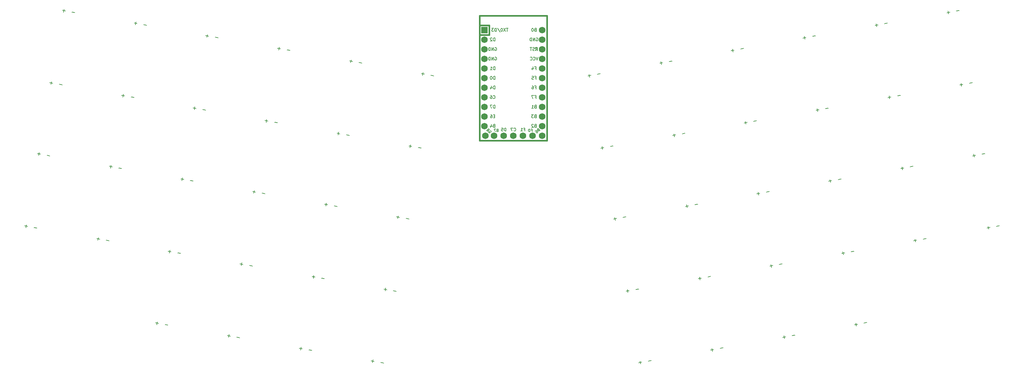
<source format=gbr>
%TF.GenerationSoftware,KiCad,Pcbnew,(6.0.7)*%
%TF.CreationDate,2022-11-08T23:53:27-08:00*%
%TF.ProjectId,Anguirus,416e6775-6972-4757-932e-6b696361645f,rev?*%
%TF.SameCoordinates,Original*%
%TF.FileFunction,Legend,Bot*%
%TF.FilePolarity,Positive*%
%FSLAX46Y46*%
G04 Gerber Fmt 4.6, Leading zero omitted, Abs format (unit mm)*
G04 Created by KiCad (PCBNEW (6.0.7)) date 2022-11-08 23:53:27*
%MOMM*%
%LPD*%
G01*
G04 APERTURE LIST*
%ADD10C,0.150000*%
%ADD11C,0.381000*%
%ADD12R,1.752600X1.752600*%
%ADD13C,1.752600*%
G04 APERTURE END LIST*
D10*
%TO.C,REF\u002A\u002A*%
X316286836Y-141823737D02*
X315536506Y-141956041D01*
X315977823Y-142265054D02*
X315845519Y-141514724D01*
X318788247Y-141382671D02*
X318037917Y-141514975D01*
X246242466Y-173634679D02*
X245492136Y-173766983D01*
X243741055Y-174075745D02*
X242990725Y-174208049D01*
X243432042Y-174517062D02*
X243299738Y-173766732D01*
X262701756Y-170732461D02*
X261951426Y-170864765D01*
X262392743Y-171173778D02*
X262260439Y-170423448D01*
X265203167Y-170291395D02*
X264452837Y-170423699D01*
X278315404Y-148519124D02*
X277565074Y-148651428D01*
X278006391Y-148960441D02*
X277874087Y-148210111D01*
X280816815Y-148078058D02*
X280066485Y-148210362D01*
X88292787Y-100300230D02*
X87542457Y-100167926D01*
X87983774Y-99858913D02*
X87851470Y-100609243D01*
X90794198Y-100741296D02*
X90043868Y-100608992D01*
X141816863Y-129081844D02*
X141066533Y-128949540D01*
X141507850Y-128640527D02*
X141375546Y-129390857D01*
X144318274Y-129522910D02*
X143567944Y-129390606D01*
X240411629Y-155167427D02*
X239661299Y-155299731D01*
X240102616Y-155608744D02*
X239970312Y-154858414D01*
X242913040Y-154726361D02*
X242162710Y-154858665D01*
X157507874Y-151553557D02*
X156757544Y-151421253D01*
X157198861Y-151112240D02*
X157066557Y-151862570D01*
X160009285Y-151994623D02*
X159258955Y-151862319D01*
X173125290Y-173857539D02*
X172374960Y-173725235D01*
X172816277Y-173416222D02*
X172683973Y-174166552D01*
X175626701Y-174298605D02*
X174876371Y-174166301D01*
X325049959Y-81524758D02*
X324299629Y-81657062D01*
X324740946Y-81966075D02*
X324608642Y-81215745D01*
X327551370Y-81083692D02*
X326801040Y-81215996D01*
X284213895Y-166939290D02*
X283463565Y-167071594D01*
X281712484Y-167380356D02*
X280962154Y-167512660D01*
X281403471Y-167821673D02*
X281271167Y-167071343D01*
X138497144Y-148201451D02*
X137746814Y-148069147D01*
X138188131Y-147760134D02*
X138055827Y-148510464D01*
X140998555Y-148642517D02*
X140248225Y-148510213D01*
X126114132Y-106969152D02*
X125363802Y-106836848D01*
X125805119Y-106527835D02*
X125672815Y-107278165D01*
X128615543Y-107410218D02*
X127865213Y-107277914D01*
X110573206Y-84523905D02*
X109822876Y-84391601D01*
X110264193Y-84082588D02*
X110131889Y-84832918D01*
X113074617Y-84964971D02*
X112324287Y-84832667D01*
X84143329Y-138608962D02*
X83392999Y-138476658D01*
X81641918Y-138167896D02*
X80891588Y-138035592D01*
X81332905Y-137726579D02*
X81200601Y-138476909D01*
X255178370Y-113549969D02*
X254428040Y-113682273D01*
X252676959Y-113991035D02*
X251926629Y-114123339D01*
X252367946Y-114432352D02*
X252235642Y-113682022D01*
%TO.C,U1*%
X204988300Y-96756048D02*
X204988300Y-95956048D01*
X204797824Y-95956048D01*
X204683538Y-95994144D01*
X204607347Y-96070334D01*
X204569252Y-96146524D01*
X204531157Y-96298905D01*
X204531157Y-96413191D01*
X204569252Y-96565572D01*
X204607347Y-96641763D01*
X204683538Y-96717953D01*
X204797824Y-96756048D01*
X204988300Y-96756048D01*
X203769252Y-96756048D02*
X204226395Y-96756048D01*
X203997824Y-96756048D02*
X203997824Y-95956048D01*
X204074014Y-96070334D01*
X204150204Y-96146524D01*
X204226395Y-96184620D01*
X205007347Y-93454144D02*
X205083538Y-93416048D01*
X205197824Y-93416048D01*
X205312109Y-93454144D01*
X205388300Y-93530334D01*
X205426395Y-93606524D01*
X205464490Y-93758905D01*
X205464490Y-93873191D01*
X205426395Y-94025572D01*
X205388300Y-94101763D01*
X205312109Y-94177953D01*
X205197824Y-94216048D01*
X205121633Y-94216048D01*
X205007347Y-94177953D01*
X204969252Y-94139858D01*
X204969252Y-93873191D01*
X205121633Y-93873191D01*
X204626395Y-94216048D02*
X204626395Y-93416048D01*
X204169252Y-94216048D01*
X204169252Y-93416048D01*
X203788300Y-94216048D02*
X203788300Y-93416048D01*
X203597824Y-93416048D01*
X203483538Y-93454144D01*
X203407347Y-93530334D01*
X203369252Y-93606524D01*
X203331157Y-93758905D01*
X203331157Y-93873191D01*
X203369252Y-94025572D01*
X203407347Y-94101763D01*
X203483538Y-94177953D01*
X203597824Y-94216048D01*
X203788300Y-94216048D01*
X215432157Y-91617953D02*
X215317871Y-91656048D01*
X215127395Y-91656048D01*
X215051204Y-91617953D01*
X215013109Y-91579858D01*
X214975014Y-91503667D01*
X214975014Y-91427477D01*
X215013109Y-91351286D01*
X215051204Y-91313191D01*
X215127395Y-91275096D01*
X215279776Y-91237001D01*
X215355966Y-91198905D01*
X215394062Y-91160810D01*
X215432157Y-91084620D01*
X215432157Y-91008429D01*
X215394062Y-90932239D01*
X215355966Y-90894144D01*
X215279776Y-90856048D01*
X215089300Y-90856048D01*
X214975014Y-90894144D01*
X214746443Y-90856048D02*
X214289300Y-90856048D01*
X214517871Y-91656048D02*
X214517871Y-90856048D01*
X204988300Y-101836048D02*
X204988300Y-101036048D01*
X204797824Y-101036048D01*
X204683538Y-101074144D01*
X204607347Y-101150334D01*
X204569252Y-101226524D01*
X204531157Y-101378905D01*
X204531157Y-101493191D01*
X204569252Y-101645572D01*
X204607347Y-101721763D01*
X204683538Y-101797953D01*
X204797824Y-101836048D01*
X204988300Y-101836048D01*
X203845443Y-101302715D02*
X203845443Y-101836048D01*
X204035919Y-100997953D02*
X204226395Y-101569382D01*
X203731157Y-101569382D01*
X215643633Y-109037001D02*
X215529347Y-109075096D01*
X215491252Y-109113191D01*
X215453157Y-109189382D01*
X215453157Y-109303667D01*
X215491252Y-109379858D01*
X215529347Y-109417953D01*
X215605538Y-109456048D01*
X215910300Y-109456048D01*
X215910300Y-108656048D01*
X215643633Y-108656048D01*
X215567443Y-108694144D01*
X215529347Y-108732239D01*
X215491252Y-108808429D01*
X215491252Y-108884620D01*
X215529347Y-108960810D01*
X215567443Y-108998905D01*
X215643633Y-109037001D01*
X215910300Y-109037001D01*
X215186490Y-108656048D02*
X214691252Y-108656048D01*
X214957919Y-108960810D01*
X214843633Y-108960810D01*
X214767443Y-108998905D01*
X214729347Y-109037001D01*
X214691252Y-109113191D01*
X214691252Y-109303667D01*
X214729347Y-109379858D01*
X214767443Y-109417953D01*
X214843633Y-109456048D01*
X215072204Y-109456048D01*
X215148395Y-109417953D01*
X215186490Y-109379858D01*
X208477428Y-85796048D02*
X208020285Y-85796048D01*
X208248856Y-86596048D02*
X208248856Y-85796048D01*
X207829809Y-85796048D02*
X207296475Y-86596048D01*
X207296475Y-85796048D02*
X207829809Y-86596048D01*
X206839332Y-85796048D02*
X206763142Y-85796048D01*
X206686952Y-85834144D01*
X206648856Y-85872239D01*
X206610761Y-85948429D01*
X206572666Y-86100810D01*
X206572666Y-86291286D01*
X206610761Y-86443667D01*
X206648856Y-86519858D01*
X206686952Y-86557953D01*
X206763142Y-86596048D01*
X206839332Y-86596048D01*
X206915523Y-86557953D01*
X206953618Y-86519858D01*
X206991713Y-86443667D01*
X207029809Y-86291286D01*
X207029809Y-86100810D01*
X206991713Y-85948429D01*
X206953618Y-85872239D01*
X206915523Y-85834144D01*
X206839332Y-85796048D01*
X205658380Y-85757953D02*
X206344094Y-86786524D01*
X205391713Y-86596048D02*
X205391713Y-85796048D01*
X205201237Y-85796048D01*
X205086952Y-85834144D01*
X205010761Y-85910334D01*
X204972666Y-85986524D01*
X204934571Y-86138905D01*
X204934571Y-86253191D01*
X204972666Y-86405572D01*
X205010761Y-86481763D01*
X205086952Y-86557953D01*
X205201237Y-86596048D01*
X205391713Y-86596048D01*
X204667904Y-85796048D02*
X204172666Y-85796048D01*
X204439332Y-86100810D01*
X204325047Y-86100810D01*
X204248856Y-86138905D01*
X204210761Y-86177001D01*
X204172666Y-86253191D01*
X204172666Y-86443667D01*
X204210761Y-86519858D01*
X204248856Y-86557953D01*
X204325047Y-86596048D01*
X204553618Y-86596048D01*
X204629809Y-86557953D01*
X204667904Y-86519858D01*
X214592157Y-112754144D02*
X214825490Y-112754144D01*
X214825490Y-113120810D02*
X214825490Y-112420810D01*
X214492157Y-112420810D01*
X214092157Y-112420810D02*
X214025490Y-112420810D01*
X213958824Y-112454144D01*
X213925490Y-112487477D01*
X213892157Y-112554144D01*
X213858824Y-112687477D01*
X213858824Y-112854144D01*
X213892157Y-112987477D01*
X213925490Y-113054144D01*
X213958824Y-113087477D01*
X214025490Y-113120810D01*
X214092157Y-113120810D01*
X214158824Y-113087477D01*
X214192157Y-113054144D01*
X214225490Y-112987477D01*
X214258824Y-112854144D01*
X214258824Y-112687477D01*
X214225490Y-112554144D01*
X214192157Y-112487477D01*
X214158824Y-112454144D01*
X214092157Y-112420810D01*
X205007347Y-90914144D02*
X205083538Y-90876048D01*
X205197824Y-90876048D01*
X205312109Y-90914144D01*
X205388300Y-90990334D01*
X205426395Y-91066524D01*
X205464490Y-91218905D01*
X205464490Y-91333191D01*
X205426395Y-91485572D01*
X205388300Y-91561763D01*
X205312109Y-91637953D01*
X205197824Y-91676048D01*
X205121633Y-91676048D01*
X205007347Y-91637953D01*
X204969252Y-91599858D01*
X204969252Y-91333191D01*
X205121633Y-91333191D01*
X204626395Y-91676048D02*
X204626395Y-90876048D01*
X204169252Y-91676048D01*
X204169252Y-90876048D01*
X203788300Y-91676048D02*
X203788300Y-90876048D01*
X203597824Y-90876048D01*
X203483538Y-90914144D01*
X203407347Y-90990334D01*
X203369252Y-91066524D01*
X203331157Y-91218905D01*
X203331157Y-91333191D01*
X203369252Y-91485572D01*
X203407347Y-91561763D01*
X203483538Y-91637953D01*
X203597824Y-91676048D01*
X203788300Y-91676048D01*
X203223121Y-112739152D02*
X203317402Y-112786292D01*
X203364543Y-112786292D01*
X203435253Y-112762722D01*
X203505964Y-112692011D01*
X203529534Y-112621301D01*
X203529534Y-112574160D01*
X203505964Y-112503450D01*
X203317402Y-112314888D01*
X202822427Y-112809863D01*
X202987419Y-112974854D01*
X203058130Y-112998424D01*
X203105270Y-112998424D01*
X203175981Y-112974854D01*
X203223121Y-112927714D01*
X203246691Y-112857003D01*
X203246691Y-112809863D01*
X203223121Y-112739152D01*
X203058130Y-112574160D01*
X203553104Y-113540540D02*
X203317402Y-113304837D01*
X203529534Y-113045565D01*
X203529534Y-113092705D01*
X203553104Y-113163416D01*
X203670956Y-113281267D01*
X203741666Y-113304837D01*
X203788807Y-113304837D01*
X203859517Y-113281267D01*
X203977368Y-113163416D01*
X204000939Y-113092705D01*
X204000939Y-113045565D01*
X203977368Y-112974854D01*
X203859517Y-112857003D01*
X203788807Y-112833433D01*
X203741666Y-112833433D01*
X204531157Y-104299858D02*
X204569252Y-104337953D01*
X204683538Y-104376048D01*
X204759728Y-104376048D01*
X204874014Y-104337953D01*
X204950204Y-104261763D01*
X204988300Y-104185572D01*
X205026395Y-104033191D01*
X205026395Y-103918905D01*
X204988300Y-103766524D01*
X204950204Y-103690334D01*
X204874014Y-103614144D01*
X204759728Y-103576048D01*
X204683538Y-103576048D01*
X204569252Y-103614144D01*
X204531157Y-103652239D01*
X203845443Y-103576048D02*
X203997824Y-103576048D01*
X204074014Y-103614144D01*
X204112109Y-103652239D01*
X204188300Y-103766524D01*
X204226395Y-103918905D01*
X204226395Y-104223667D01*
X204188300Y-104299858D01*
X204150204Y-104337953D01*
X204074014Y-104376048D01*
X203921633Y-104376048D01*
X203845443Y-104337953D01*
X203807347Y-104299858D01*
X203769252Y-104223667D01*
X203769252Y-104033191D01*
X203807347Y-103957001D01*
X203845443Y-103918905D01*
X203921633Y-103880810D01*
X204074014Y-103880810D01*
X204150204Y-103918905D01*
X204188300Y-103957001D01*
X204226395Y-104033191D01*
X204950204Y-109037001D02*
X204683538Y-109037001D01*
X204569252Y-109456048D02*
X204950204Y-109456048D01*
X204950204Y-108656048D01*
X204569252Y-108656048D01*
X203883538Y-108656048D02*
X204035919Y-108656048D01*
X204112109Y-108694144D01*
X204150204Y-108732239D01*
X204226395Y-108846524D01*
X204264490Y-108998905D01*
X204264490Y-109303667D01*
X204226395Y-109379858D01*
X204188300Y-109417953D01*
X204112109Y-109456048D01*
X203959728Y-109456048D01*
X203883538Y-109417953D01*
X203845443Y-109379858D01*
X203807347Y-109303667D01*
X203807347Y-109113191D01*
X203845443Y-109037001D01*
X203883538Y-108998905D01*
X203959728Y-108960810D01*
X204112109Y-108960810D01*
X204188300Y-108998905D01*
X204226395Y-109037001D01*
X204264490Y-109113191D01*
X216423815Y-112668441D02*
X216376675Y-112762722D01*
X216376675Y-112809863D01*
X216400245Y-112880573D01*
X216470956Y-112951284D01*
X216541666Y-112974854D01*
X216588807Y-112974854D01*
X216659517Y-112951284D01*
X216848079Y-112762722D01*
X216353104Y-112267747D01*
X216188113Y-112432739D01*
X216164543Y-112503450D01*
X216164543Y-112550590D01*
X216188113Y-112621301D01*
X216235253Y-112668441D01*
X216305964Y-112692011D01*
X216353104Y-112692011D01*
X216423815Y-112668441D01*
X216588807Y-112503450D01*
X215645998Y-112974854D02*
X215740279Y-112880573D01*
X215810989Y-112857003D01*
X215858130Y-112857003D01*
X215975981Y-112880573D01*
X216093832Y-112951284D01*
X216282394Y-113139846D01*
X216305964Y-113210556D01*
X216305964Y-113257697D01*
X216282394Y-113328408D01*
X216188113Y-113422688D01*
X216117402Y-113446259D01*
X216070262Y-113446259D01*
X215999551Y-113422688D01*
X215881700Y-113304837D01*
X215858130Y-113234127D01*
X215858130Y-113186986D01*
X215881700Y-113116276D01*
X215975981Y-113021995D01*
X216046691Y-112998424D01*
X216093832Y-112998424D01*
X216164543Y-113021995D01*
X215643633Y-111577001D02*
X215529347Y-111615096D01*
X215491252Y-111653191D01*
X215453157Y-111729382D01*
X215453157Y-111843667D01*
X215491252Y-111919858D01*
X215529347Y-111957953D01*
X215605538Y-111996048D01*
X215910300Y-111996048D01*
X215910300Y-111196048D01*
X215643633Y-111196048D01*
X215567443Y-111234144D01*
X215529347Y-111272239D01*
X215491252Y-111348429D01*
X215491252Y-111424620D01*
X215529347Y-111500810D01*
X215567443Y-111538905D01*
X215643633Y-111577001D01*
X215910300Y-111577001D01*
X215148395Y-111272239D02*
X215110300Y-111234144D01*
X215034109Y-111196048D01*
X214843633Y-111196048D01*
X214767443Y-111234144D01*
X214729347Y-111272239D01*
X214691252Y-111348429D01*
X214691252Y-111424620D01*
X214729347Y-111538905D01*
X215186490Y-111996048D01*
X214691252Y-111996048D01*
X204988300Y-99296048D02*
X204988300Y-98496048D01*
X204797824Y-98496048D01*
X204683538Y-98534144D01*
X204607347Y-98610334D01*
X204569252Y-98686524D01*
X204531157Y-98838905D01*
X204531157Y-98953191D01*
X204569252Y-99105572D01*
X204607347Y-99181763D01*
X204683538Y-99257953D01*
X204797824Y-99296048D01*
X204988300Y-99296048D01*
X204035919Y-98496048D02*
X203959728Y-98496048D01*
X203883538Y-98534144D01*
X203845443Y-98572239D01*
X203807347Y-98648429D01*
X203769252Y-98800810D01*
X203769252Y-98991286D01*
X203807347Y-99143667D01*
X203845443Y-99219858D01*
X203883538Y-99257953D01*
X203959728Y-99296048D01*
X204035919Y-99296048D01*
X204112109Y-99257953D01*
X204150204Y-99219858D01*
X204188300Y-99143667D01*
X204226395Y-98991286D01*
X204226395Y-98800810D01*
X204188300Y-98648429D01*
X204150204Y-98572239D01*
X204112109Y-98534144D01*
X204035919Y-98496048D01*
X209992157Y-112889858D02*
X210030252Y-112927953D01*
X210144538Y-112966048D01*
X210220728Y-112966048D01*
X210335014Y-112927953D01*
X210411204Y-112851763D01*
X210449300Y-112775572D01*
X210487395Y-112623191D01*
X210487395Y-112508905D01*
X210449300Y-112356524D01*
X210411204Y-112280334D01*
X210335014Y-112204144D01*
X210220728Y-112166048D01*
X210144538Y-112166048D01*
X210030252Y-112204144D01*
X209992157Y-112242239D01*
X209725490Y-112166048D02*
X209192157Y-112166048D01*
X209535014Y-112966048D01*
X204988300Y-89136048D02*
X204988300Y-88336048D01*
X204797824Y-88336048D01*
X204683538Y-88374144D01*
X204607347Y-88450334D01*
X204569252Y-88526524D01*
X204531157Y-88678905D01*
X204531157Y-88793191D01*
X204569252Y-88945572D01*
X204607347Y-89021763D01*
X204683538Y-89097953D01*
X204797824Y-89136048D01*
X204988300Y-89136048D01*
X204226395Y-88412239D02*
X204188300Y-88374144D01*
X204112109Y-88336048D01*
X203921633Y-88336048D01*
X203845443Y-88374144D01*
X203807347Y-88412239D01*
X203769252Y-88488429D01*
X203769252Y-88564620D01*
X203807347Y-88678905D01*
X204264490Y-89136048D01*
X203769252Y-89136048D01*
X216386490Y-93416048D02*
X216119824Y-94216048D01*
X215853157Y-93416048D01*
X215129347Y-94139858D02*
X215167443Y-94177953D01*
X215281728Y-94216048D01*
X215357919Y-94216048D01*
X215472204Y-94177953D01*
X215548395Y-94101763D01*
X215586490Y-94025572D01*
X215624585Y-93873191D01*
X215624585Y-93758905D01*
X215586490Y-93606524D01*
X215548395Y-93530334D01*
X215472204Y-93454144D01*
X215357919Y-93416048D01*
X215281728Y-93416048D01*
X215167443Y-93454144D01*
X215129347Y-93492239D01*
X214329347Y-94139858D02*
X214367443Y-94177953D01*
X214481728Y-94216048D01*
X214557919Y-94216048D01*
X214672204Y-94177953D01*
X214748395Y-94101763D01*
X214786490Y-94025572D01*
X214824585Y-93873191D01*
X214824585Y-93758905D01*
X214786490Y-93606524D01*
X214748395Y-93530334D01*
X214672204Y-93454144D01*
X214557919Y-93416048D01*
X214481728Y-93416048D01*
X214367443Y-93454144D01*
X214329347Y-93492239D01*
X215643633Y-86177001D02*
X215529347Y-86215096D01*
X215491252Y-86253191D01*
X215453157Y-86329382D01*
X215453157Y-86443667D01*
X215491252Y-86519858D01*
X215529347Y-86557953D01*
X215605538Y-86596048D01*
X215910300Y-86596048D01*
X215910300Y-85796048D01*
X215643633Y-85796048D01*
X215567443Y-85834144D01*
X215529347Y-85872239D01*
X215491252Y-85948429D01*
X215491252Y-86024620D01*
X215529347Y-86100810D01*
X215567443Y-86138905D01*
X215643633Y-86177001D01*
X215910300Y-86177001D01*
X214957919Y-85796048D02*
X214881728Y-85796048D01*
X214805538Y-85834144D01*
X214767443Y-85872239D01*
X214729347Y-85948429D01*
X214691252Y-86100810D01*
X214691252Y-86291286D01*
X214729347Y-86443667D01*
X214767443Y-86519858D01*
X214805538Y-86557953D01*
X214881728Y-86596048D01*
X214957919Y-86596048D01*
X215034109Y-86557953D01*
X215072204Y-86519858D01*
X215110300Y-86443667D01*
X215148395Y-86291286D01*
X215148395Y-86100810D01*
X215110300Y-85948429D01*
X215072204Y-85872239D01*
X215034109Y-85834144D01*
X214957919Y-85796048D01*
X215929347Y-88374144D02*
X216005538Y-88336048D01*
X216119824Y-88336048D01*
X216234109Y-88374144D01*
X216310300Y-88450334D01*
X216348395Y-88526524D01*
X216386490Y-88678905D01*
X216386490Y-88793191D01*
X216348395Y-88945572D01*
X216310300Y-89021763D01*
X216234109Y-89097953D01*
X216119824Y-89136048D01*
X216043633Y-89136048D01*
X215929347Y-89097953D01*
X215891252Y-89059858D01*
X215891252Y-88793191D01*
X216043633Y-88793191D01*
X215548395Y-89136048D02*
X215548395Y-88336048D01*
X215091252Y-89136048D01*
X215091252Y-88336048D01*
X214710300Y-89136048D02*
X214710300Y-88336048D01*
X214519824Y-88336048D01*
X214405538Y-88374144D01*
X214329347Y-88450334D01*
X214291252Y-88526524D01*
X214253157Y-88678905D01*
X214253157Y-88793191D01*
X214291252Y-88945572D01*
X214329347Y-89021763D01*
X214405538Y-89097953D01*
X214519824Y-89136048D01*
X214710300Y-89136048D01*
X215586490Y-96337001D02*
X215853157Y-96337001D01*
X215853157Y-96756048D02*
X215853157Y-95956048D01*
X215472204Y-95956048D01*
X214824585Y-96222715D02*
X214824585Y-96756048D01*
X215015062Y-95917953D02*
X215205538Y-96489382D01*
X214710300Y-96489382D01*
X207909300Y-112966048D02*
X207909300Y-112166048D01*
X207718824Y-112166048D01*
X207604538Y-112204144D01*
X207528347Y-112280334D01*
X207490252Y-112356524D01*
X207452157Y-112508905D01*
X207452157Y-112623191D01*
X207490252Y-112775572D01*
X207528347Y-112851763D01*
X207604538Y-112927953D01*
X207718824Y-112966048D01*
X207909300Y-112966048D01*
X206728347Y-112166048D02*
X207109300Y-112166048D01*
X207147395Y-112547001D01*
X207109300Y-112508905D01*
X207033109Y-112470810D01*
X206842633Y-112470810D01*
X206766443Y-112508905D01*
X206728347Y-112547001D01*
X206690252Y-112623191D01*
X206690252Y-112813667D01*
X206728347Y-112889858D01*
X206766443Y-112927953D01*
X206842633Y-112966048D01*
X207033109Y-112966048D01*
X207109300Y-112927953D01*
X207147395Y-112889858D01*
X204721633Y-111577001D02*
X204607347Y-111615096D01*
X204569252Y-111653191D01*
X204531157Y-111729382D01*
X204531157Y-111843667D01*
X204569252Y-111919858D01*
X204607347Y-111957953D01*
X204683538Y-111996048D01*
X204988300Y-111996048D01*
X204988300Y-111196048D01*
X204721633Y-111196048D01*
X204645443Y-111234144D01*
X204607347Y-111272239D01*
X204569252Y-111348429D01*
X204569252Y-111424620D01*
X204607347Y-111500810D01*
X204645443Y-111538905D01*
X204721633Y-111577001D01*
X204988300Y-111577001D01*
X203845443Y-111462715D02*
X203845443Y-111996048D01*
X204035919Y-111157953D02*
X204226395Y-111729382D01*
X203731157Y-111729382D01*
X215586490Y-103957001D02*
X215853157Y-103957001D01*
X215853157Y-104376048D02*
X215853157Y-103576048D01*
X215472204Y-103576048D01*
X215243633Y-103576048D02*
X214710300Y-103576048D01*
X215053157Y-104376048D01*
X215586490Y-98877001D02*
X215853157Y-98877001D01*
X215853157Y-99296048D02*
X215853157Y-98496048D01*
X215472204Y-98496048D01*
X214786490Y-98496048D02*
X215167443Y-98496048D01*
X215205538Y-98877001D01*
X215167443Y-98838905D01*
X215091252Y-98800810D01*
X214900776Y-98800810D01*
X214824585Y-98838905D01*
X214786490Y-98877001D01*
X214748395Y-98953191D01*
X214748395Y-99143667D01*
X214786490Y-99219858D01*
X214824585Y-99257953D01*
X214900776Y-99296048D01*
X215091252Y-99296048D01*
X215167443Y-99257953D01*
X215205538Y-99219858D01*
X204988300Y-106916048D02*
X204988300Y-106116048D01*
X204797824Y-106116048D01*
X204683538Y-106154144D01*
X204607347Y-106230334D01*
X204569252Y-106306524D01*
X204531157Y-106458905D01*
X204531157Y-106573191D01*
X204569252Y-106725572D01*
X204607347Y-106801763D01*
X204683538Y-106877953D01*
X204797824Y-106916048D01*
X204988300Y-106916048D01*
X204264490Y-106116048D02*
X203731157Y-106116048D01*
X204074014Y-106916048D01*
X215586490Y-101417001D02*
X215853157Y-101417001D01*
X215853157Y-101836048D02*
X215853157Y-101036048D01*
X215472204Y-101036048D01*
X214824585Y-101036048D02*
X214976966Y-101036048D01*
X215053157Y-101074144D01*
X215091252Y-101112239D01*
X215167443Y-101226524D01*
X215205538Y-101378905D01*
X215205538Y-101683667D01*
X215167443Y-101759858D01*
X215129347Y-101797953D01*
X215053157Y-101836048D01*
X214900776Y-101836048D01*
X214824585Y-101797953D01*
X214786490Y-101759858D01*
X214748395Y-101683667D01*
X214748395Y-101493191D01*
X214786490Y-101417001D01*
X214824585Y-101378905D01*
X214900776Y-101340810D01*
X215053157Y-101340810D01*
X215129347Y-101378905D01*
X215167443Y-101417001D01*
X215205538Y-101493191D01*
X215643633Y-106497001D02*
X215529347Y-106535096D01*
X215491252Y-106573191D01*
X215453157Y-106649382D01*
X215453157Y-106763667D01*
X215491252Y-106839858D01*
X215529347Y-106877953D01*
X215605538Y-106916048D01*
X215910300Y-106916048D01*
X215910300Y-106116048D01*
X215643633Y-106116048D01*
X215567443Y-106154144D01*
X215529347Y-106192239D01*
X215491252Y-106268429D01*
X215491252Y-106344620D01*
X215529347Y-106420810D01*
X215567443Y-106458905D01*
X215643633Y-106497001D01*
X215910300Y-106497001D01*
X214691252Y-106916048D02*
X215148395Y-106916048D01*
X214919824Y-106916048D02*
X214919824Y-106116048D01*
X214996014Y-106230334D01*
X215072204Y-106306524D01*
X215148395Y-106344620D01*
X205642157Y-112754144D02*
X205542157Y-112787477D01*
X205508824Y-112820810D01*
X205475490Y-112887477D01*
X205475490Y-112987477D01*
X205508824Y-113054144D01*
X205542157Y-113087477D01*
X205608824Y-113120810D01*
X205875490Y-113120810D01*
X205875490Y-112420810D01*
X205642157Y-112420810D01*
X205575490Y-112454144D01*
X205542157Y-112487477D01*
X205508824Y-112554144D01*
X205508824Y-112620810D01*
X205542157Y-112687477D01*
X205575490Y-112720810D01*
X205642157Y-112754144D01*
X205875490Y-112754144D01*
X205242157Y-112420810D02*
X204775490Y-112420810D01*
X205075490Y-113120810D01*
X212665490Y-112547001D02*
X212932157Y-112547001D01*
X212932157Y-112966048D02*
X212932157Y-112166048D01*
X212551204Y-112166048D01*
X211827395Y-112966048D02*
X212284538Y-112966048D01*
X212055966Y-112966048D02*
X212055966Y-112166048D01*
X212132157Y-112280334D01*
X212208347Y-112356524D01*
X212284538Y-112394620D01*
%TO.C,REF\u002A\u002A*%
X251758594Y-94448004D02*
X251008264Y-94580308D01*
X249257183Y-94889070D02*
X248506853Y-95021374D01*
X248948170Y-95330387D02*
X248815866Y-94580057D01*
X178969984Y-155337906D02*
X178219654Y-155205602D01*
X176468573Y-154896840D02*
X175718243Y-154764536D01*
X176159560Y-154455523D02*
X176027256Y-155205853D01*
X306089257Y-84868042D02*
X305338927Y-85000346D01*
X305780244Y-85309359D02*
X305647940Y-84559029D01*
X308590668Y-84426976D02*
X307840338Y-84559280D01*
X230296483Y-98232353D02*
X229546153Y-98364657D01*
X229987470Y-98673670D02*
X229855166Y-97923340D01*
X232797894Y-97791287D02*
X232047564Y-97923591D01*
X270619239Y-91122365D02*
X269868909Y-91254669D01*
X268117828Y-91563431D02*
X267367498Y-91695735D01*
X267808815Y-92004748D02*
X267676511Y-91254418D01*
X296357741Y-125632810D02*
X295607411Y-125765114D01*
X293856330Y-126073876D02*
X293106000Y-126206180D01*
X293547317Y-126515193D02*
X293415013Y-125764863D01*
X233716259Y-117334318D02*
X232965929Y-117466622D01*
X233407246Y-117775635D02*
X233274942Y-117025305D01*
X236217670Y-116893252D02*
X235467340Y-117025556D01*
X160827593Y-132433949D02*
X160077263Y-132301645D01*
X160518580Y-131992632D02*
X160386276Y-132742962D01*
X163329004Y-132875015D02*
X162578674Y-132742711D01*
X122856162Y-125738561D02*
X122105832Y-125606257D01*
X122547149Y-125297244D02*
X122414845Y-126047574D01*
X125357573Y-126179627D02*
X124607243Y-126047323D01*
X274039014Y-110224327D02*
X273288684Y-110356631D01*
X271537603Y-110665393D02*
X270787273Y-110797697D01*
X271228590Y-111106710D02*
X271096286Y-110356380D01*
X328469734Y-100626723D02*
X327719404Y-100759027D01*
X328160721Y-101068040D02*
X328028417Y-100317710D01*
X330971145Y-100185657D02*
X330220815Y-100317961D01*
X335624443Y-138441837D02*
X334874113Y-138574141D01*
X335315430Y-138883154D02*
X335183126Y-138132824D01*
X338125854Y-138000771D02*
X337375524Y-138133075D01*
X303174595Y-163596007D02*
X302424265Y-163728311D01*
X300673184Y-164037073D02*
X299922854Y-164169377D01*
X300364171Y-164478390D02*
X300231867Y-163728060D01*
X256034985Y-132742800D02*
X255284655Y-132875104D01*
X255725972Y-133184117D02*
X255593668Y-132433787D01*
X258536396Y-132301734D02*
X257786066Y-132434038D01*
X148394551Y-91192830D02*
X147644221Y-91060526D01*
X148085538Y-90751513D02*
X147953234Y-91501843D01*
X150895962Y-91633896D02*
X150145632Y-91501592D01*
X107253487Y-103643513D02*
X106503157Y-103511209D01*
X106944474Y-103202196D02*
X106812170Y-103952526D01*
X109754898Y-104084579D02*
X109004568Y-103952275D01*
X299777516Y-144734775D02*
X299027186Y-144867079D01*
X297276105Y-145175841D02*
X296525775Y-145308145D01*
X296967092Y-145617158D02*
X296834788Y-144866828D01*
X312010444Y-103528941D02*
X311260114Y-103661245D01*
X309509033Y-103970007D02*
X308758703Y-104102311D01*
X309200020Y-104411324D02*
X309067716Y-103660994D01*
X274895629Y-129417159D02*
X274145299Y-129549463D01*
X274586616Y-129858476D02*
X274454312Y-129108146D01*
X277397040Y-128976093D02*
X276646710Y-129108397D01*
X312867060Y-122721772D02*
X312116730Y-122854076D01*
X312558047Y-123163089D02*
X312425743Y-122412759D01*
X315368471Y-122280706D02*
X314618141Y-122413010D01*
X116193160Y-163818870D02*
X115442830Y-163686566D01*
X115884147Y-163377553D02*
X115751843Y-164127883D01*
X118694571Y-164259936D02*
X117944241Y-164127632D01*
X334329170Y-118937423D02*
X333578840Y-119069727D01*
X331827759Y-119378489D02*
X331077429Y-119510793D01*
X331518746Y-119819806D02*
X331386442Y-119069476D01*
X85034817Y-119069639D02*
X84284487Y-118937335D01*
X84725804Y-118628322D02*
X84593500Y-119378652D01*
X87536228Y-119510705D02*
X86785898Y-119378401D01*
X129433850Y-87849547D02*
X128683520Y-87717243D01*
X129124837Y-87408230D02*
X128992533Y-88158560D01*
X131935261Y-88290613D02*
X131184931Y-88158309D01*
X183046262Y-117007823D02*
X182295932Y-116875519D01*
X182737249Y-116566506D02*
X182604945Y-117316836D01*
X185547673Y-117448889D02*
X184797343Y-117316585D01*
X91612506Y-81180622D02*
X90862176Y-81048318D01*
X91303493Y-80739305D02*
X91171189Y-81489635D01*
X94113917Y-81621688D02*
X93363587Y-81489384D01*
X289579940Y-87779081D02*
X288829610Y-87911385D01*
X287078529Y-88220147D02*
X286328199Y-88352451D01*
X286769516Y-88661464D02*
X286637212Y-87911134D01*
X237074285Y-136086084D02*
X236323955Y-136218388D01*
X236765272Y-136527401D02*
X236632968Y-135777071D01*
X239575696Y-135645018D02*
X238825366Y-135777322D01*
X164085561Y-113664541D02*
X163335231Y-113532237D01*
X163776548Y-113223224D02*
X163644244Y-113973554D01*
X166586972Y-114105607D02*
X165836642Y-113973303D01*
X119536443Y-144858168D02*
X118786113Y-144725864D01*
X119227430Y-144416851D02*
X119095126Y-145167181D01*
X122037854Y-145299234D02*
X121287524Y-145166930D01*
X103177210Y-141973595D02*
X102426880Y-141841291D01*
X100675799Y-141532529D02*
X99925469Y-141400225D01*
X100366786Y-141091212D02*
X100234482Y-141841542D01*
X145074832Y-110312435D02*
X144324502Y-110180131D01*
X144765819Y-109871118D02*
X144633515Y-110621448D01*
X147576243Y-110753501D02*
X146825913Y-110621197D01*
X167405280Y-94544933D02*
X166654950Y-94412629D01*
X167096267Y-94103616D02*
X166963963Y-94853946D01*
X169906691Y-94985999D02*
X169156361Y-94853695D01*
X292999714Y-106881044D02*
X292249384Y-107013348D01*
X290498303Y-107322110D02*
X289747973Y-107454414D01*
X290189290Y-107763427D02*
X290056986Y-107013097D01*
X137655272Y-167603219D02*
X136904942Y-167470915D01*
X135153861Y-167162153D02*
X134403531Y-167029849D01*
X134844848Y-166720836D02*
X134712544Y-167471166D01*
X186365982Y-97888216D02*
X185615652Y-97755912D01*
X186056969Y-97446899D02*
X185924665Y-98197229D01*
X188867393Y-98329282D02*
X188117063Y-98196978D01*
X259454761Y-151844766D02*
X258704431Y-151977070D01*
X259145748Y-152286083D02*
X259013444Y-151535753D01*
X261956172Y-151403700D02*
X261205842Y-151536004D01*
X179788292Y-135777232D02*
X179037962Y-135644928D01*
X179479279Y-135335915D02*
X179346975Y-136086245D01*
X182289703Y-136218298D02*
X181539373Y-136085994D01*
X103995518Y-122412921D02*
X103245188Y-122280617D01*
X103686505Y-121971604D02*
X103554201Y-122721934D01*
X106496929Y-122853987D02*
X105746599Y-122721683D01*
X156666001Y-170955322D02*
X155915671Y-170823018D01*
X154164590Y-170514256D02*
X153414260Y-170381952D01*
X153855577Y-170072939D02*
X153723273Y-170823269D01*
D11*
%TO.C,U1*%
X218748824Y-115444144D02*
X218748824Y-82424144D01*
X218748824Y-82424144D02*
X200968824Y-82424144D01*
X200968824Y-82424144D02*
X200968824Y-115444144D01*
X203508824Y-84964144D02*
X200968824Y-84964144D01*
X203508824Y-87504144D02*
X200968824Y-87504144D01*
X203508824Y-84964144D02*
X203508824Y-87504144D01*
X200968824Y-115444144D02*
X218748824Y-115444144D01*
G36*
X216203459Y-91653174D02*
G01*
X216103459Y-91653174D01*
X216103459Y-90853174D01*
X216203459Y-90853174D01*
X216203459Y-91653174D01*
G37*
D10*
X216203459Y-91653174D02*
X216103459Y-91653174D01*
X216103459Y-90853174D01*
X216203459Y-90853174D01*
X216203459Y-91653174D01*
G36*
X215803459Y-91153174D02*
G01*
X215703459Y-91153174D01*
X215703459Y-90853174D01*
X215803459Y-90853174D01*
X215803459Y-91153174D01*
G37*
X215803459Y-91153174D02*
X215703459Y-91153174D01*
X215703459Y-90853174D01*
X215803459Y-90853174D01*
X215803459Y-91153174D01*
G36*
X216003459Y-91353174D02*
G01*
X215903459Y-91353174D01*
X215903459Y-91253174D01*
X216003459Y-91253174D01*
X216003459Y-91353174D01*
G37*
X216003459Y-91353174D02*
X215903459Y-91353174D01*
X215903459Y-91253174D01*
X216003459Y-91253174D01*
X216003459Y-91353174D01*
G36*
X216203459Y-90953174D02*
G01*
X215703459Y-90953174D01*
X215703459Y-90853174D01*
X216203459Y-90853174D01*
X216203459Y-90953174D01*
G37*
X216203459Y-90953174D02*
X215703459Y-90953174D01*
X215703459Y-90853174D01*
X216203459Y-90853174D01*
X216203459Y-90953174D01*
G36*
X215803459Y-91653174D02*
G01*
X215703459Y-91653174D01*
X215703459Y-91453174D01*
X215803459Y-91453174D01*
X215803459Y-91653174D01*
G37*
X215803459Y-91653174D02*
X215703459Y-91653174D01*
X215703459Y-91453174D01*
X215803459Y-91453174D01*
X215803459Y-91653174D01*
%TD*%
D12*
%TO.C,U1*%
X202238824Y-86234144D03*
D13*
X202238824Y-88774144D03*
X202238824Y-91314144D03*
X202238824Y-93854144D03*
X202238824Y-96394144D03*
X202238824Y-98934144D03*
X202238824Y-101474144D03*
X202238824Y-104014144D03*
X202238824Y-106554144D03*
X202238824Y-109094144D03*
X202238824Y-111634144D03*
X202467424Y-114174144D03*
X217478824Y-114174144D03*
X217478824Y-111634144D03*
X217478824Y-109094144D03*
X217478824Y-106554144D03*
X217478824Y-104014144D03*
X217478824Y-101474144D03*
X217478824Y-98934144D03*
X217478824Y-96394144D03*
X217478824Y-93854144D03*
X217478824Y-91314144D03*
X217478824Y-88774144D03*
X217478824Y-86234144D03*
X204778824Y-114174144D03*
X207318824Y-114174144D03*
X209858824Y-114174144D03*
X212398824Y-114174144D03*
X214938824Y-114174144D03*
%TD*%
M02*

</source>
